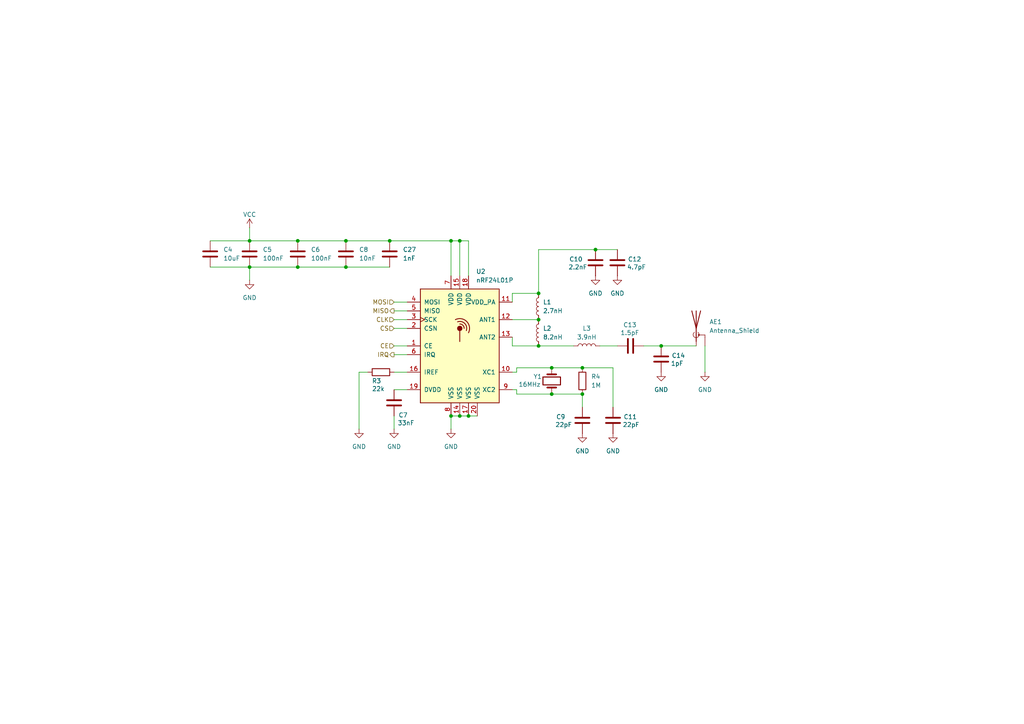
<source format=kicad_sch>
(kicad_sch (version 20231120) (generator "eeschema") (generator_version "8.0")
  (paper "A4")
  (lib_symbols
    (symbol "Device:Antenna_Shield" (pin_numbers hide) (pin_names (offset 1.016) hide)
      (property "Reference" "AE" (at -1.905 4.445 0))
      (property "Value" "Antenna_Shield" (at -1.905 2.54 0))
      (symbol "Antenna_Shield_0_1"
        (arc (start -0.508 -1.143) (mid -0.8429 -2.1194) (end 0 -2.667))
        (arc (start 0 -2.667) (mid 0.7989 -2.1052) (end 0.508 -1.143))
        (polyline (pts (xy 0 -2.54) (xy 0 0)))
        (polyline (pts (xy 0 5.08) (xy 0 -3.81)) (stroke (width 0.254)))
        (polyline (pts (xy 0.762 -1.905) (xy 2.54 -1.905)))
        (polyline (pts (xy 2.54 -2.54) (xy 2.54 -1.905)))
        (polyline (pts (xy 1.27 5.08) (xy 0 0) (xy -1.27 5.08)) (stroke (width 0.254)))
        (circle (center 0.762 -1.905) (radius 0.1778) (fill (type outline)))
      )
      (symbol "Antenna_Shield_1_1"
        (pin input line (at 0 -5.08 90) (length 2.54) (name "A") (number "1"))
        (pin input line (at 2.54 -5.08 90) (length 2.54) (name "Shield") (number "2"))
      )
    )
    (symbol "Device:C" (pin_numbers hide) (pin_names (offset 0.254))
      (property "Reference" "C" (at 0.635 2.54 0))
      (property "Value" "C" (at 0.635 -2.54 0))
      (symbol "C_0_1"
        (polyline (pts (xy -2.032 -0.762) (xy 2.032 -0.762)) (stroke (width 0.508)))
        (polyline (pts (xy -2.032 0.762) (xy 2.032 0.762)) (stroke (width 0.508)))
      )
      (symbol "C_1_1"
        (pin passive line (at 0 3.81 270) (length 2.794) (name "~") (number "1"))
        (pin passive line (at 0 -3.81 90) (length 2.794) (name "~") (number "2"))
      )
    )
    (symbol "Device:Crystal" (pin_numbers hide) (pin_names (offset 1.016) hide)
      (property "Reference" "Y" (at 0 3.81 0))
      (property "Value" "Crystal" (at 0 -3.81 0))
      (symbol "Crystal_0_1"
        (rectangle (start -1.143 2.54) (end 1.143 -2.54) (stroke (width 0.3048)))
        (polyline (pts (xy -2.54 0) (xy -1.905 0)))
        (polyline (pts (xy -1.905 -1.27) (xy -1.905 1.27)) (stroke (width 0.508)))
        (polyline (pts (xy 1.905 -1.27) (xy 1.905 1.27)) (stroke (width 0.508)))
        (polyline (pts (xy 2.54 0) (xy 1.905 0)))
      )
      (symbol "Crystal_1_1"
        (pin passive line (at -3.81 0 0) (length 1.27) (name "1") (number "1"))
        (pin passive line (at 3.81 0 180) (length 1.27) (name "2") (number "2"))
      )
    )
    (symbol "Device:L" (pin_numbers hide) (pin_names (offset 1.016) hide)
      (property "Reference" "L" (at -1.27 0 90))
      (property "Value" "L" (at 1.905 0 90))
      (symbol "L_0_1"
        (arc (start 0 -2.54) (mid 0.6323 -1.905) (end 0 -1.27))
        (arc (start 0 -1.27) (mid 0.6323 -0.635) (end 0 0))
        (arc (start 0 0) (mid 0.6323 0.635) (end 0 1.27))
        (arc (start 0 1.27) (mid 0.6323 1.905) (end 0 2.54))
      )
      (symbol "L_1_1"
        (pin passive line (at 0 3.81 270) (length 1.27) (name "1") (number "1"))
        (pin passive line (at 0 -3.81 90) (length 1.27) (name "2") (number "2"))
      )
    )
    (symbol "Device:R" (pin_numbers hide) (pin_names (offset 0))
      (property "Reference" "R" (at 2.032 0 90))
      (property "Value" "R" (at 0 0 90))
      (symbol "R_0_1"
        (rectangle (start -1.016 -2.54) (end 1.016 2.54) (stroke (width 0.254)))
      )
      (symbol "R_1_1"
        (pin passive line (at 0 3.81 270) (length 1.27) (name "~") (number "1"))
        (pin passive line (at 0 -3.81 90) (length 1.27) (name "~") (number "2"))
      )
    )
    (symbol "RF:nRF24L01P" (pin_names (offset 1.016))
      (property "Reference" "U" (at -11.43 17.78 0))
      (property "Value" "nRF24L01P" (at 5.08 17.78 0))
      (symbol "nRF24L01P_0_1"
        (rectangle (start -11.43 16.51) (end 11.43 -16.51) (stroke (width 0.254)) (fill (type background)))
        (polyline (pts (xy 0 4.445) (xy 0 1.27)) (stroke (width 0.254)))
        (circle (center 0 5.08) (radius 0.635) (stroke (width 0.254)) (fill (type outline)))
        (arc (start 1.27 5.08) (mid 0.9071 5.9946) (end 0 6.35) (stroke (width 0.254)))
        (arc (start 1.905 4.445) (mid 1.4313 6.5254) (end -0.635 6.985) (stroke (width 0.254)))
        (arc (start 2.54 3.81) (mid 2.008 7.088) (end -1.27 7.62) (stroke (width 0.254)))
        (rectangle (start 11.43 -13.97) (end 11.43 -13.97))
      )
      (symbol "nRF24L01P_1_1"
        (pin input line (at -15.24 0 0) (length 3.81) (name "CE") (number "1"))
        (pin passive line (at 15.24 -7.62 180) (length 3.81) (name "XC1") (number "10"))
        (pin power_out line (at 15.24 12.7 180) (length 3.81) (name "VDD_PA") (number "11"))
        (pin passive line (at 15.24 7.62 180) (length 3.81) (name "ANT1") (number "12"))
        (pin passive line (at 15.24 2.54 180) (length 3.81) (name "ANT2") (number "13"))
        (pin power_in line (at 0 -20.32 90) (length 3.81) (name "VSS") (number "14"))
        (pin power_in line (at 0 20.32 270) (length 3.81) (name "VDD") (number "15"))
        (pin passive line (at -15.24 -7.62 0) (length 3.81) (name "IREF") (number "16"))
        (pin power_in line (at 2.54 -20.32 90) (length 3.81) (name "VSS") (number "17"))
        (pin power_in line (at 2.54 20.32 270) (length 3.81) (name "VDD") (number "18"))
        (pin power_out line (at -15.24 -12.7 0) (length 3.81) (name "DVDD") (number "19"))
        (pin input line (at -15.24 5.08 0) (length 3.81) (name "CSN") (number "2"))
        (pin power_in line (at 5.08 -20.32 90) (length 3.81) (name "VSS") (number "20"))
        (pin input clock (at -15.24 7.62 0) (length 3.81) (name "SCK") (number "3"))
        (pin input line (at -15.24 12.7 0) (length 3.81) (name "MOSI") (number "4"))
        (pin output line (at -15.24 10.16 0) (length 3.81) (name "MISO") (number "5"))
        (pin output line (at -15.24 -2.54 0) (length 3.81) (name "IRQ") (number "6"))
        (pin power_in line (at -2.54 20.32 270) (length 3.81) (name "VDD") (number "7"))
        (pin power_in line (at -2.54 -20.32 90) (length 3.81) (name "VSS") (number "8"))
        (pin passive line (at 15.24 -12.7 180) (length 3.81) (name "XC2") (number "9"))
      )
    )
    (symbol "power:GND" (power) (pin_numbers hide) (pin_names (offset 0) hide)
      (property "Value" "GND" (at 0 -3.81 0))
      (symbol "GND_0_1"
        (polyline (pts (xy 0 0) (xy 0 -1.27) (xy 1.27 -1.27) (xy 0 -2.54) (xy -1.27 -1.27) (xy 0 -1.27)))
      )
      (symbol "GND_1_1"
        (pin power_in line (at 0 0 270) (length 0) (name "~") (number "1"))
      )
    )
    (symbol "power:VCC" (power) (pin_numbers hide) (pin_names (offset 0) hide)
      (property "Value" "VCC" (at 0 3.556 0))
      (symbol "VCC_0_1"
        (polyline (pts (xy -0.762 1.27) (xy 0 2.54)))
        (polyline (pts (xy 0 0) (xy 0 2.54)))
        (polyline (pts (xy 0 2.54) (xy 0.762 1.27)))
      )
      (symbol "VCC_1_1"
        (pin power_in line (at 0 0 90) (length 0) (name "~") (number "1"))
      )
    )
  )
  (junction (at 156.21 92.71))
  (junction (at 156.21 85.09))
  (junction (at 86.36 69.85))
  (junction (at 168.91 114.3))
  (junction (at 160.02 114.3))
  (junction (at 191.77 100.33))
  (junction (at 156.21 100.33))
  (junction (at 133.35 120.65))
  (junction (at 168.91 106.68))
  (junction (at 160.02 106.68))
  (junction (at 100.33 69.85))
  (junction (at 133.35 69.85))
  (junction (at 100.33 77.47))
  (junction (at 172.72 72.39))
  (junction (at 72.39 69.85))
  (junction (at 86.36 77.47))
  (junction (at 135.89 120.65))
  (junction (at 113.03 69.85))
  (junction (at 130.81 120.65))
  (junction (at 72.39 77.47))
  (junction (at 130.81 69.85))
  (wire (pts (xy 148.59 107.95) (xy 149.86 107.95)))
  (wire (pts (xy 149.86 113.03) (xy 149.86 114.3)))
  (wire (pts (xy 114.3 92.71) (xy 118.11 92.71)))
  (wire (pts (xy 86.36 77.47) (xy 100.33 77.47)))
  (wire (pts (xy 160.02 106.68) (xy 168.91 106.68)))
  (wire (pts (xy 148.59 100.33) (xy 156.21 100.33)))
  (wire (pts (xy 177.8 118.11) (xy 177.8 106.68)))
  (wire (pts (xy 114.3 90.17) (xy 118.11 90.17)))
  (wire (pts (xy 149.86 106.68) (xy 160.02 106.68)))
  (wire (pts (xy 114.3 87.63) (xy 118.11 87.63)))
  (wire (pts (xy 148.59 97.79) (xy 148.59 100.33)))
  (wire (pts (xy 72.39 77.47) (xy 86.36 77.47)))
  (wire (pts (xy 133.35 80.01) (xy 133.35 69.85)))
  (wire (pts (xy 148.59 113.03) (xy 149.86 113.03)))
  (wire (pts (xy 86.36 69.85) (xy 100.33 69.85)))
  (wire (pts (xy 135.89 69.85) (xy 133.35 69.85)))
  (wire (pts (xy 100.33 77.47) (xy 113.03 77.47)))
  (wire (pts (xy 156.21 72.39) (xy 172.72 72.39)))
  (wire (pts (xy 114.3 100.33) (xy 118.11 100.33)))
  (wire (pts (xy 149.86 114.3) (xy 160.02 114.3)))
  (wire (pts (xy 135.89 120.65) (xy 138.43 120.65)))
  (wire (pts (xy 149.86 107.95) (xy 149.86 106.68)))
  (wire (pts (xy 156.21 72.39) (xy 156.21 85.09)))
  (wire (pts (xy 148.59 85.09) (xy 156.21 85.09)))
  (wire (pts (xy 168.91 114.3) (xy 168.91 118.11)))
  (wire (pts (xy 130.81 120.65) (xy 133.35 120.65)))
  (wire (pts (xy 60.96 69.85) (xy 72.39 69.85)))
  (wire (pts (xy 148.59 92.71) (xy 156.21 92.71)))
  (wire (pts (xy 130.81 120.65) (xy 130.81 124.46)))
  (wire (pts (xy 160.02 114.3) (xy 168.91 114.3)))
  (wire (pts (xy 100.33 69.85) (xy 113.03 69.85)))
  (wire (pts (xy 148.59 87.63) (xy 148.59 85.09)))
  (wire (pts (xy 186.69 100.33) (xy 191.77 100.33)))
  (wire (pts (xy 114.3 107.95) (xy 118.11 107.95)))
  (wire (pts (xy 135.89 80.01) (xy 135.89 69.85)))
  (wire (pts (xy 204.47 100.33) (xy 204.47 107.95)))
  (wire (pts (xy 130.81 69.85) (xy 130.81 80.01)))
  (wire (pts (xy 72.39 66.04) (xy 72.39 69.85)))
  (wire (pts (xy 156.21 100.33) (xy 166.37 100.33)))
  (wire (pts (xy 173.99 100.33) (xy 179.07 100.33)))
  (wire (pts (xy 72.39 69.85) (xy 86.36 69.85)))
  (wire (pts (xy 60.96 77.47) (xy 72.39 77.47)))
  (wire (pts (xy 106.68 107.95) (xy 104.14 107.95)))
  (wire (pts (xy 172.72 72.39) (xy 179.07 72.39)))
  (wire (pts (xy 133.35 69.85) (xy 130.81 69.85)))
  (wire (pts (xy 114.3 95.25) (xy 118.11 95.25)))
  (wire (pts (xy 114.3 113.03) (xy 118.11 113.03)))
  (wire (pts (xy 104.14 107.95) (xy 104.14 124.46)))
  (wire (pts (xy 72.39 77.47) (xy 72.39 81.28)))
  (wire (pts (xy 113.03 69.85) (xy 130.81 69.85)))
  (wire (pts (xy 177.8 106.68) (xy 168.91 106.68)))
  (wire (pts (xy 114.3 120.65) (xy 114.3 124.46)))
  (wire (pts (xy 133.35 120.65) (xy 135.89 120.65)))
  (wire (pts (xy 114.3 102.87) (xy 118.11 102.87)))
  (wire (pts (xy 191.77 100.33) (xy 201.93 100.33)))
  (hierarchical_label "CE" (shape input) (at 114.3 100.33 180))
  (hierarchical_label "MOSI" (shape input) (at 114.3 87.63 180))
  (hierarchical_label "IRQ" (shape output) (at 114.3 102.87 180))
  (hierarchical_label "MISO" (shape output) (at 114.3 90.17 180))
  (hierarchical_label "CS" (shape input) (at 114.3 95.25 180))
  (hierarchical_label "CLK" (shape input) (at 114.3 92.71 180))
  (symbol (lib_id "power:GND") (at 72.39 81.28 0) (unit 1)
    (property "Reference" "#PWR011" (effects (hide yes)))
    (property "Value" "GND" (at 72.39 86.36 0))
    (property "Description" "Power symbol creates a global label with name \"GND\" , ground" (effects (hide yes)))
  )
  (symbol (lib_id "Device:C") (at 72.39 73.66 0) (unit 1)
    (property "Reference" "C5" (at 76.2 72.3899 0) (effects (justify left)))
    (property "Value" "100nF" (at 76.2 74.9299 0) (effects (justify left)))
    (property "Description" "Unpolarized capacitor" (effects (hide yes)))
  )
  (symbol (lib_id "power:GND") (at 168.91 125.73 0) (unit 1)
    (property "Reference" "#PWR015" (effects (hide yes)))
    (property "Value" "GND" (at 168.91 130.81 0))
    (property "Description" "Power symbol creates a global label with name \"GND\" , ground" (effects (hide yes)))
  )
  (symbol (lib_id "Device:Crystal") (at 160.02 110.49 90) (unit 1)
    (property "Reference" "Y1" (at 154.686 109.22 90) (effects (justify right)))
    (property "Value" "16MHz" (at 150.368 111.506 90) (effects (justify right)))
    (property "Description" "Two pin crystal" (effects (hide yes)))
  )
  (symbol (lib_id "Device:C") (at 86.36 73.66 0) (unit 1)
    (property "Reference" "C6" (at 90.17 72.3899 0) (effects (justify left)))
    (property "Value" "100nF" (at 90.17 74.9299 0) (effects (justify left)))
    (property "Description" "Unpolarized capacitor" (effects (hide yes)))
  )
  (symbol (lib_id "Device:C") (at 100.33 73.66 0) (unit 1)
    (property "Reference" "C8" (at 104.14 72.3899 0) (effects (justify left)))
    (property "Value" "10nF" (at 104.14 74.9299 0) (effects (justify left)))
    (property "Description" "Unpolarized capacitor" (effects (hide yes)))
  )
  (symbol (lib_id "RF:nRF24L01P") (at 133.35 100.33 0) (unit 1)
    (property "Reference" "U2" (at 138.0841 78.74 0) (effects (justify left)))
    (property "Value" "nRF24L01P" (at 138.0841 81.28 0) (effects (justify left)))
    (property "Footprint" "Package_DFN_QFN:QFN-20-1EP_4x4mm_P0.5mm_EP2.5x2.5mm" (effects (hide yes)))
    (property "Datasheet" "https://www.sparkfun.com/datasheets/Components/SMD/nRF24L01Pluss_Preliminary_Product_Specification_v1_0.pdf" (effects (hide yes)))
    (property "Description" "nRF24L01+, Ultra low power 2.4GHz RF Transceiver, QFN20 4x4mm" (effects (hide yes)))
  )
  (symbol (lib_id "Device:C") (at 191.77 104.14 0) (unit 1)
    (property "Reference" "C14" (at 194.818 103.124 0) (effects (justify left)))
    (property "Value" "1pF" (at 194.564 105.41 0) (effects (justify left)))
    (property "Description" "Unpolarized capacitor" (effects (hide yes)))
  )
  (symbol (lib_id "Device:R") (at 110.49 107.95 90) (unit 1)
    (property "Reference" "R3" (at 109.22 110.49 90))
    (property "Value" "22k" (at 109.728 112.776 90))
    (property "Description" "Resistor" (effects (hide yes)))
  )
  (symbol (lib_id "power:GND") (at 172.72 80.01 0) (unit 1)
    (property "Reference" "#PWR016" (effects (hide yes)))
    (property "Value" "GND" (at 172.72 85.09 0))
    (property "Description" "Power symbol creates a global label with name \"GND\" , ground" (effects (hide yes)))
  )
  (symbol (lib_id "Device:Antenna_Shield") (at 201.93 95.25 0) (unit 1)
    (property "Reference" "AE1" (at 205.74 93.3449 0) (effects (justify left)))
    (property "Value" "Antenna_Shield" (at 205.74 95.8849 0) (effects (justify left)))
    (property "Description" "Antenna with extra pin for shielding" (effects (hide yes)))
  )
  (symbol (lib_id "power:GND") (at 177.8 125.73 0) (unit 1)
    (property "Reference" "#PWR017" (effects (hide yes)))
    (property "Value" "GND" (at 177.8 130.81 0))
    (property "Description" "Power symbol creates a global label with name \"GND\" , ground" (effects (hide yes)))
  )
  (symbol (lib_id "Device:C") (at 182.88 100.33 90) (unit 1)
    (property "Reference" "C13" (at 184.658 94.234 90) (effects (justify left)))
    (property "Value" "1.5pF" (at 185.42 96.52 90) (effects (justify left)))
    (property "Description" "Unpolarized capacitor" (effects (hide yes)))
  )
  (symbol (lib_id "Device:C") (at 60.96 73.66 0) (unit 1)
    (property "Reference" "C4" (at 64.77 72.3899 0) (effects (justify left)))
    (property "Value" "10uF" (at 64.77 74.9299 0) (effects (justify left)))
    (property "Description" "Unpolarized capacitor" (effects (hide yes)))
  )
  (symbol (lib_id "Device:L") (at 156.21 88.9 180) (unit 1)
    (property "Reference" "L1" (at 157.48 87.6299 0) (effects (justify right)))
    (property "Value" "2.7nH" (at 157.48 90.1699 0) (effects (justify right)))
    (property "Description" "Inductor" (effects (hide yes)))
  )
  (symbol (lib_id "Device:R") (at 168.91 110.49 0) (unit 1)
    (property "Reference" "R4" (at 171.45 109.2199 0) (effects (justify left)))
    (property "Value" "1M" (at 171.45 111.7599 0) (effects (justify left)))
    (property "Description" "Resistor" (effects (hide yes)))
  )
  (symbol (lib_id "Device:C") (at 179.07 76.2 0) (unit 1)
    (property "Reference" "C12" (at 182.118 75.184 0) (effects (justify left)))
    (property "Value" "4.7pF" (at 181.864 77.47 0) (effects (justify left)))
    (property "Description" "Unpolarized capacitor" (effects (hide yes)))
  )
  (symbol (lib_id "Device:L") (at 170.18 100.33 90) (unit 1)
    (property "Reference" "L3" (at 170.18 95.25 90))
    (property "Value" "3.9nH" (at 170.18 97.79 90))
    (property "Description" "Inductor" (effects (hide yes)))
  )
  (symbol (lib_id "power:GND") (at 130.81 124.46 0) (unit 1)
    (property "Reference" "#PWR014" (effects (hide yes)))
    (property "Value" "GND" (at 130.81 129.54 0))
    (property "Description" "Power symbol creates a global label with name \"GND\" , ground" (effects (hide yes)))
  )
  (symbol (lib_id "power:GND") (at 114.3 124.46 0) (unit 1)
    (property "Reference" "#PWR013" (effects (hide yes)))
    (property "Value" "GND" (at 114.3 129.54 0))
    (property "Description" "Power symbol creates a global label with name \"GND\" , ground" (effects (hide yes)))
  )
  (symbol (lib_id "power:GND") (at 179.07 80.01 0) (unit 1)
    (property "Reference" "#PWR018" (effects (hide yes)))
    (property "Value" "GND" (at 179.07 85.09 0))
    (property "Description" "Power symbol creates a global label with name \"GND\" , ground" (effects (hide yes)))
  )
  (symbol (lib_id "Device:C") (at 177.8 121.92 0) (unit 1)
    (property "Reference" "C11" (at 180.848 120.904 0) (effects (justify left)))
    (property "Value" "22pF" (at 180.594 123.19 0) (effects (justify left)))
    (property "Description" "Unpolarized capacitor" (effects (hide yes)))
  )
  (symbol (lib_id "Device:C") (at 172.72 76.2 0) (unit 1)
    (property "Reference" "C10" (at 165.1 75.184 0) (effects (justify left)))
    (property "Value" "2.2nF" (at 164.846 77.47 0) (effects (justify left)))
    (property "Description" "Unpolarized capacitor" (effects (hide yes)))
  )
  (symbol (lib_id "Device:C") (at 168.91 121.92 0) (unit 1)
    (property "Reference" "C9" (at 161.29 120.904 0) (effects (justify left)))
    (property "Value" "22pF" (at 161.036 123.19 0) (effects (justify left)))
    (property "Description" "Unpolarized capacitor" (effects (hide yes)))
  )
  (symbol (lib_id "Device:L") (at 156.21 96.52 180) (unit 1)
    (property "Reference" "L2" (at 157.48 95.2499 0) (effects (justify right)))
    (property "Value" "8.2nH" (at 157.48 97.7899 0) (effects (justify right)))
    (property "Description" "Inductor" (effects (hide yes)))
  )
  (symbol (lib_id "Device:C") (at 114.3 116.84 0) (unit 1)
    (property "Reference" "C7" (at 115.57 120.396 0) (effects (justify left)))
    (property "Value" "33nF" (at 115.316 122.682 0) (effects (justify left)))
    (property "Description" "Unpolarized capacitor" (effects (hide yes)))
  )
  (symbol (lib_id "power:GND") (at 191.77 107.95 0) (unit 1)
    (property "Reference" "#PWR019" (effects (hide yes)))
    (property "Value" "GND" (at 191.77 113.03 0))
    (property "Description" "Power symbol creates a global label with name \"GND\" , ground" (effects (hide yes)))
  )
  (symbol (lib_id "Device:C") (at 113.03 73.66 0) (unit 1)
    (property "Reference" "C27" (at 116.84 72.3899 0) (effects (justify left)))
    (property "Value" "1nF" (at 116.84 74.9299 0) (effects (justify left)))
    (property "Description" "Unpolarized capacitor" (effects (hide yes)))
  )
  (symbol (lib_id "power:GND") (at 104.14 124.46 0) (unit 1)
    (property "Reference" "#PWR012" (effects (hide yes)))
    (property "Value" "GND" (at 104.14 129.54 0))
    (property "Description" "Power symbol creates a global label with name \"GND\" , ground" (effects (hide yes)))
  )
  (symbol (lib_id "power:VCC") (at 72.39 66.04 0) (unit 1)
    (property "Reference" "#PWR010" (effects (hide yes)))
    (property "Value" "VCC" (at 72.39 62.23 0))
    (property "Description" "Power symbol creates a global label with name \"VCC\"" (effects (hide yes)))
  )
  (symbol (lib_id "power:GND") (at 204.47 107.95 0) (unit 1)
    (property "Reference" "#PWR020" (effects (hide yes)))
    (property "Value" "GND" (at 204.47 113.03 0))
    (property "Description" "Power symbol creates a global label with name \"GND\" , ground" (effects (hide yes)))
  )
)
</source>
